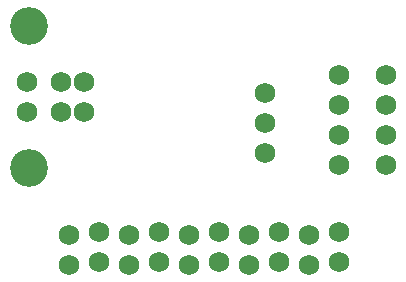
<source format=gbs>
%TF.GenerationSoftware,KiCad,Pcbnew,7.0.8*%
%TF.CreationDate,2024-04-10T09:11:16-04:00*%
%TF.ProjectId,petit-swd,70657469-742d-4737-9764-2e6b69636164,0.1*%
%TF.SameCoordinates,PX77e7cd0PY6a95280*%
%TF.FileFunction,Soldermask,Bot*%
%TF.FilePolarity,Negative*%
%FSLAX46Y46*%
G04 Gerber Fmt 4.6, Leading zero omitted, Abs format (unit mm)*
G04 Created by KiCad (PCBNEW 7.0.8) date 2024-04-10 09:11:16*
%MOMM*%
%LPD*%
G01*
G04 APERTURE LIST*
%ADD10C,1.727200*%
%ADD11C,3.203200*%
G04 APERTURE END LIST*
D10*
%TO.C,CON102*%
X28575000Y19685000D03*
X28575000Y17145000D03*
X28575000Y14605000D03*
X28575000Y12065000D03*
%TD*%
%TO.C,CON104*%
X6985000Y16550000D03*
X6985000Y19050000D03*
X4985000Y19050000D03*
X4985000Y16550000D03*
D11*
X2275000Y11780000D03*
X2275000Y23820000D03*
%TD*%
D10*
%TO.C,CON105*%
X22288500Y18084800D03*
X22288500Y15544800D03*
X22288500Y13004800D03*
%TD*%
%TO.C,CON101*%
X5715000Y3556000D03*
X5715000Y6096000D03*
X8255000Y3810000D03*
X8255000Y6350000D03*
X10795000Y3556000D03*
X10795000Y6096000D03*
X13335000Y3810000D03*
X13335000Y6350000D03*
X15875000Y3556000D03*
X15875000Y6096000D03*
X18415000Y3810000D03*
X18415000Y6350000D03*
X20955000Y3556000D03*
X20955000Y6096000D03*
X23495000Y3810000D03*
X23495000Y6350000D03*
X26035000Y3556000D03*
X26035000Y6096000D03*
X28575000Y3810000D03*
X28575000Y6350000D03*
%TD*%
%TO.C,CON106*%
X2140000Y16535400D03*
X2140000Y19075400D03*
%TD*%
%TO.C,CON103*%
X32575500Y19685000D03*
X32575500Y17145000D03*
X32575500Y14605000D03*
X32575500Y12065000D03*
%TD*%
M02*

</source>
